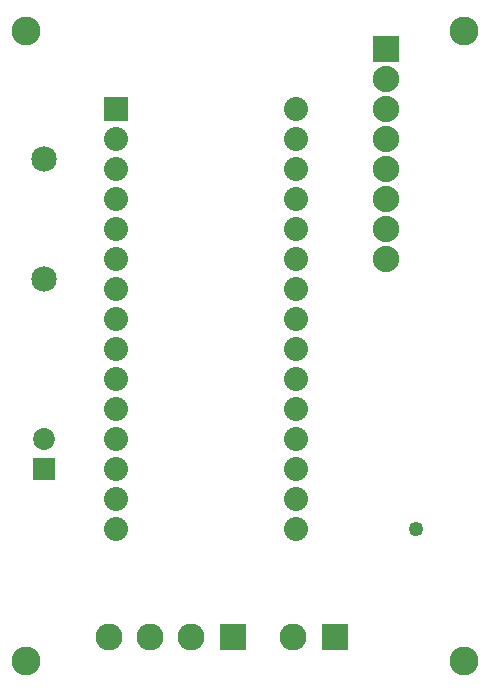
<source format=gts>
G04 MADE WITH FRITZING*
G04 WWW.FRITZING.ORG*
G04 DOUBLE SIDED*
G04 HOLES PLATED*
G04 CONTOUR ON CENTER OF CONTOUR VECTOR*
%ASAXBY*%
%FSLAX23Y23*%
%MOIN*%
%OFA0B0*%
%SFA1.0B1.0*%
%ADD10C,0.088000*%
%ADD11C,0.072992*%
%ADD12C,0.090000*%
%ADD13C,0.085000*%
%ADD14C,0.096614*%
%ADD15C,0.049370*%
%ADD16C,0.080000*%
%ADD17R,0.088000X0.088000*%
%ADD18R,0.072992X0.072992*%
%ADD19R,0.090000X0.090000*%
%ADD20R,0.079972X0.080000*%
%LNMASK1*%
G90*
G70*
G54D10*
X1323Y2165D03*
X1323Y2065D03*
X1323Y1965D03*
X1323Y1865D03*
X1323Y1765D03*
X1323Y1665D03*
X1323Y1565D03*
X1323Y1465D03*
G54D11*
X184Y766D03*
X184Y865D03*
G54D12*
X812Y205D03*
X674Y205D03*
X536Y205D03*
X398Y205D03*
X1151Y205D03*
X1013Y205D03*
G54D13*
X184Y1398D03*
X184Y1798D03*
G54D14*
X1584Y126D03*
X1584Y2226D03*
X123Y126D03*
X123Y2226D03*
G54D15*
X1423Y565D03*
G54D16*
X423Y1965D03*
X423Y1865D03*
X423Y1765D03*
X423Y1665D03*
X423Y1565D03*
X423Y1465D03*
X423Y1365D03*
X423Y1265D03*
X423Y1165D03*
X423Y1065D03*
X423Y965D03*
X423Y865D03*
X423Y765D03*
X423Y665D03*
X423Y565D03*
X1023Y1965D03*
X1023Y1865D03*
X1023Y1765D03*
X1023Y1665D03*
X1023Y1565D03*
X1023Y1465D03*
X1023Y1365D03*
X1023Y1265D03*
X1023Y1165D03*
X1023Y1065D03*
X1023Y965D03*
X1023Y865D03*
X1023Y765D03*
X1023Y665D03*
X1023Y565D03*
G54D17*
X1323Y2165D03*
G54D18*
X184Y766D03*
G54D19*
X812Y205D03*
X1151Y205D03*
G54D20*
X423Y1965D03*
G04 End of Mask1*
M02*
</source>
